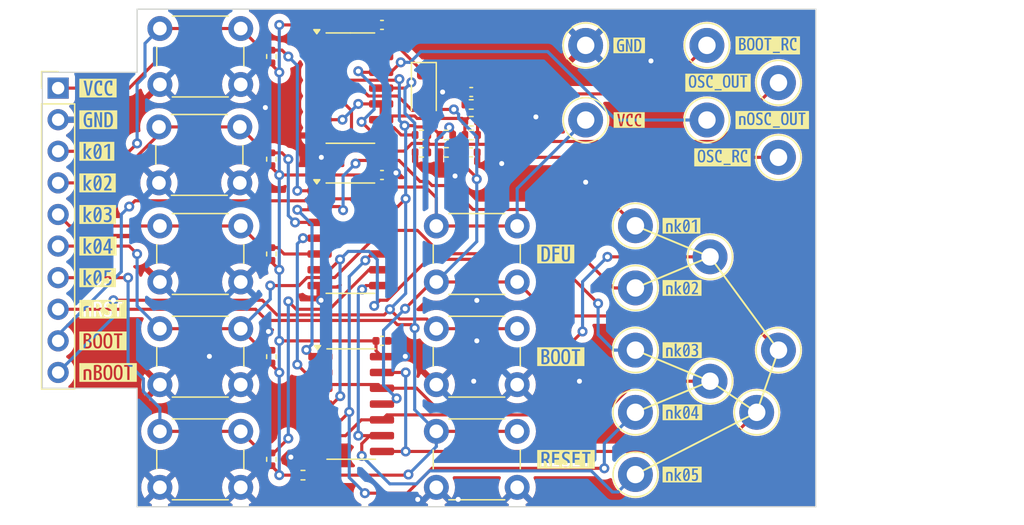
<source format=kicad_pcb>
(kicad_pcb (version 20240108) (generator "pcbnew") (generator_version "8.0")
  (layers (0 "F.Cu" signal) (31 "B.Cu" signal) (34 "B.Paste" user) (35 "F.Paste" user) (36 "B.SilkS" user "B.Silkscreen") (37 "F.SilkS" user "F.Silkscreen") (38 "B.Mask" user) (39 "F.Mask" user) (44 "Edge.Cuts" user))
  (net 0 "")
  (net 1 "GND")
  (net 2 "k04")
  (net 3 "nRESET")
  (net 4 "k01")
  (net 5 "+3V3")
  (net 6 "k03")
  (net 7 "k02")
  (net 8 "BOOT")
  (net 9 "k05")
  (net 10 "nBOOT")
  (net 11 "/~{k03}")
  (net 12 "/~{k01}&&~{k02}&&~{k03}&&~{k04}&&~{k05}")
  (net 13 "/~{k01}")
  (net 14 "/~{k02}")
  (net 15 "/~{k04}")
  (net 16 "/~{k05}")
  (net 17 "~{k03}&&~{k04}")
  (net 18 "~{k01}&&~{k02}")
  (net 19 "~{k03}&&~{k04}&&~{k05}")
  (net 20 "/BOOT_RC")
  (net 21 "/OSC_RC")
  (net 22 "/OSC_OUT")
  (net 23 "/~{OSC_OUT}")
  (footprint "kibuzzard-66AE2AD3" (layer "F.Cu") (at 146.595 68.27)
    (property "Reference" "kibuzzard-66AE2AD3" (hide yes))
    (property "Value" "G***" (hide yes))
  )
  (footprint "kibuzzard-66C2A826" (layer "F.Cu") (at 159.64041 54.5)
    (property "Reference" "kibuzzard-66C2A826" (hide yes))
    (property "Value" "G***" (hide yes))
  )
  (footprint "TestPoint:TestPoint_Loop_D3.50mm_Drill1.4mm_Beaded" (layer "F.Cu") (at 149 51.5)
    (property "Reference" "TP14" (hide yes))
    (property "Value" "TestPoint_Small")
  )
  (footprint "kibuzzard-66AE2A6F" (layer "F.Cu") (at 110.194863 72.715)
    (property "Reference" "kibuzzard-66AE2A6F" (hide yes))
    (property "Value" "G***" (hide yes))
  )
  (footprint "Resistor_SMD:R_0402_1005Metric" (layer "F.Cu") (at 135.8 58.7)
    (property "Reference" "R5" (hide yes))
    (property "Value" "200k")
  )
  (footprint "Resistor_SMD:R_0402_1005Metric" (layer "F.Cu") (at 123.735 68.27 90)
    (property "Reference" "R11" (hide yes))
    (property "Value" "200k")
  )
  (footprint "TestPoint:TestPoint_Loop_D3.50mm_Drill1.4mm_Beaded" (layer "F.Cu") (at 153 86)
    (property "Reference" "TP5" (hide yes))
    (property "Value" "TestPoint_Small")
  )
  (footprint "Package_SO:SOIC-14_3.9x8.7mm_P1.27mm" (layer "F.Cu") (at 130.085 54.935)
    (property "Reference" "U2" (hide yes))
    (property "Value" "74LS132")
  )
  (footprint "Button_Switch_THT:SW_PUSH_6mm" (layer "F.Cu") (at 136.995 66.02)
    (property "Reference" "SW1" (hide yes))
    (property "Value" "DFU")
  )
  (footprint "Resistor_SMD:R_0402_1005Metric" (layer "F.Cu") (at 123.735 60.65 90)
    (property "Reference" "R10" (hide yes))
    (property "Value" "200k")
  )
  (footprint "Resistor_SMD:R_0402_1005Metric" (layer "F.Cu") (at 137.8 60.1)
    (property "Reference" "R2" (hide yes))
    (property "Value" "200k")
  )
  (footprint "Button_Switch_THT:SW_PUSH_6mm" (layer "F.Cu") (at 136.995 82.53)
    (property "Reference" "SW3" (hide yes))
    (property "Value" "nRST")
  )
  (footprint "kibuzzard-66AE2A46" (layer "F.Cu") (at 109.759247 62.555)
    (property "Reference" "kibuzzard-66AE2A46" (hide yes))
    (property "Value" "G***" (hide yes))
  )
  (footprint "Resistor_SMD:R_0402_1005Metric" (layer "F.Cu") (at 123.735 84.78 90)
    (property "Reference" "R13" (hide yes))
    (property "Value" "200k")
  )
  (footprint "kibuzzard-66AE2A86" (layer "F.Cu") (at 110.605822 77.795)
    (property "Reference" "kibuzzard-66AE2A86" (hide yes))
    (property "Value" "G***" (hide yes))
  )
  (footprint "Button_Switch_THT:SW_PUSH_6mm" (layer "F.Cu") (at 114.77 50.145)
    (property "Reference" "SW4" (hide yes))
    (property "Value" "k01")
  )
  (footprint "TestPoint:TestPoint_Loop_D3.50mm_Drill1.4mm_Beaded" (layer "F.Cu") (at 162.75 81)
    (property "Reference" "TP8" (hide yes))
    (property "Value" "TestPoint_Small")
  )
  (footprint "TestPoint:TestPoint_Loop_D3.50mm_Drill1.4mm_Beaded" (layer "F.Cu") (at 153 71)
    (property "Reference" "TP2" (hide yes))
    (property "Value" "TestPoint_Small")
  )
  (footprint "Resistor_SMD:R_0402_1005Metric" (layer "F.Cu") (at 139.8 56.25)
    (property "Reference" "R3" (hide yes))
    (property "Value" "200k")
  )
  (footprint "kibuzzard-66AE2A2C" (layer "F.Cu") (at 109.794589 54.935)
    (property "Reference" "kibuzzard-66AE2A2C" (hide yes))
    (property "Value" "G***" (hide yes))
  )
  (footprint "kibuzzard-66C2A98F" (layer "F.Cu") (at 156.70137 66)
    (property "Reference" "kibuzzard-66C2A98F" (hide yes))
    (property "Value" "G***" (hide yes))
  )
  (footprint "kibuzzard-66AE2A35" (layer "F.Cu") (at 109.818425 57.475)
    (property "Reference" "kibuzzard-66AE2A35" (hide yes))
    (property "Value" "G***" (hide yes))
  )
  (footprint "Resistor_SMD:R_0402_1005Metric" (layer "F.Cu") (at 139.8 58.7)
    (property "Reference" "R7" (hide yes))
    (property "Value" "200k")
  )
  (footprint "kibuzzard-66AE2A58" (layer "F.Cu") (at 109.792123 67.635)
    (property "Reference" "kibuzzard-66AE2A58" (hide yes))
    (property "Value" "G***" (hide yes))
  )
  (footprint "TestPoint:TestPoint_Loop_D3.50mm_Drill1.4mm_Beaded" (layer "F.Cu") (at 164.5 60.5)
    (property "Reference" "TP12" (hide yes))
    (property "Value" "TestPoint_Small")
  )
  (footprint "Capacitor_SMD:C_0402_1005Metric" (layer "F.Cu") (at 132.625 75.255)
    (property "Reference" "C3" (hide yes))
    (property "Value" "100n")
  )
  (footprint "kibuzzard-66C2A80C" (layer "F.Cu") (at 160 60.5)
    (property "Reference" "kibuzzard-66C2A80C" (hide yes))
    (property "Value" "G***" (hide yes))
  )
  (footprint "TestPoint:TestPoint_Loop_D3.50mm_Drill1.4mm_Beaded" (layer "F.Cu") (at 153 76)
    (property "Reference" "TP3" (hide yes))
    (property "Value" "TestPoint_Small")
  )
  (footprint "Resistor_SMD:R_0402_1005Metric" (layer "F.Cu") (at 135.8 60.1)
    (property "Reference" "R8" (hide yes))
    (property "Value" "200k")
  )
  (footprint "kibuzzard-66AE2AE7" (layer "F.Cu") (at 147.001849 76.525)
    (property "Reference" "kibuzzard-66AE2AE7" (hide yes))
    (property "Value" "G***" (hide yes))
  )
  (footprint "Resistor_SMD:R_0402_1005Metric" (layer "F.Cu") (at 126.275 86.05 180)
    (property "Reference" "R4" (hide yes))
    (property "Value" "200k")
  )
  (footprint "TestPoint:TestPoint_Loop_D3.50mm_Drill1.4mm_Beaded" (layer "F.Cu") (at 158.75 51.5)
    (property "Reference" "TP10" (hide yes))
    (property "Value" "TestPoint_Small")
  )
  (footprint "kibuzzard-66C2A998" (layer "F.Cu") (at 156.75 71)
    (property "Reference" "kibuzzard-66C2A998" (hide yes))
    (property "Value" "G***" (hide yes))
  )
  (footprint "Button_Switch_THT:SW_PUSH_6mm" (layer "F.Cu") (at 114.695 58.055)
    (property "Reference" "SW5" (hide yes))
    (property "Value" "k02")
  )
  (footprint "kibuzzard-66AE2A4E" (layer "F.Cu") (at 109.76911 65.095)
    (property "Reference" "kibuzzard-66AE2A4E" (hide yes))
    (property "Value" "G***" (hide yes))
  )
  (footprint "kibuzzard-66AE2A61" (layer "F.Cu") (at 109.765 70.175)
    (property "Reference" "kibuzzard-66AE2A61" (hide yes))
    (property "Value" "G***" (hide yes))
  )
  (footprint "Resistor_SMD:R_0402_1005Metric" (layer "F.Cu") (at 123.735 76.525 90)
    (property "Reference" "R12" (hide yes))
    (property "Value" "200k")
  )
  (footprint "kibuzzard-66C2A8B2" (layer "F.Cu") (at 152.5 57.5)
    (property "Reference" "kibuzzard-66C2A8B2" (hide yes))
    (property "Value" "G***" (hide yes))
  )
  (footprint "Package_SO:SOIC-14_3.9x8.7mm_P1.27mm" (layer "F.Cu") (at 130.085 67)
    (property "Reference" "U1" (hide yes))
    (property "Value" "74LS14")
  )
  (footprint "TestPoint:TestPoint_Loop_D3.50mm_Drill1.4mm_Beaded" (layer "F.Cu") (at 159 78.5)
    (property "Reference" "TP6" (hide yes))
    (property "Value" "TestPoint_Small")
  )
  (footprint "Resistor_SMD:R_0402_1005Metric" (layer "F.Cu") (at 139.8 57.6)
    (property "Reference" "R6" (hide yes))
    (property "Value" "200k")
  )
  (footprint "Connector_PinHeader_2.54mm:PinHeader_1x10_P2.54mm_Vertical" (layer "F.Cu") (at 106.59 54.935)
    (property "Reference" "J1" (hide yes))
    (property "Value" "Conn_01x10")
  )
  (footprint "Resistor_SMD:R_0402_1005Metric" (layer "F.Cu") (at 123.735 52.395 90)
    (property "Reference" "R9" (hide yes))
    (property "Value" "200k")
  )
  (footprint "TestPoint:TestPoint_Loop_D3.50mm_Drill1.4mm_Beaded" (layer "F.Cu") (at 153 66)
    (property "Reference" "TP1" (hide yes))
    (property "Value" "TestPoint_Small")
  )
  (footprint "TestPoint:TestPoint_Loop_D3.50mm_Drill1.4mm_Beaded" (layer "F.Cu") (at 164.5 54.5)
    (property "Reference" "TP11" (hide yes))
    (property "Value" "TestPoint_Small")
  )
  (footprint "TestPoint:TestPoint_Loop_D3.50mm_Drill1.4mm_Beaded" (layer "F.Cu") (at 164.5 76)
    (property "Reference" "TP9" (hide yes))
    (property "Value" "TestPoint_Small")
  )
  (footprint "kibuzzard-66AE2A7C" (layer "F.Cu") (at 110.193219 75.255)
    (property "Reference" "kibuzzard-66AE2A7C" (hide yes))
    (property "Value" "G***" (hide yes))
  )
  (footprint "Button_Switch_THT:SW_PUSH_6mm" (layer "F.Cu") (at 114.77 66.02)
    (property "Reference" "SW6" (hide yes))
    (property "Value" "k03")
  )
  (footprint "TestPoint:TestPoint_Loop_D3.50mm_Drill1.4mm_Beaded" (layer "F.Cu") (at 158.75 57.5)
    (property "Reference" "TP13" (hide yes))
    (property "Value" "TestPoint_Small")
  )
  (footprint "kibuzzard-66C2A9AD" (layer "F.Cu") (at 156.754795 86)
    (property "Reference" "kibuzzard-66C2A9AD" (hide yes))
    (property "Value" "G***" (hide yes))
  )
  (footprint "TestPoint:TestPoint_Loop_D3.50mm_Drill1.4mm_Beaded" (layer "F.Cu") (at 159 68.5)
    (property "Reference" "TP7" (hide yes))
    (property "Value" "TestPoint_Small")
  )
  (footprint "Capacitor_SMD:C_0402_1005Metric" (layer "F.Cu") (at 132.625 49.855)
    (property "Reference" "C5" (hide yes))
    (property "Value" "100n")
  )
  (footprint "kibuzzard-66C2A9A5" (layer "F.Cu") (at 156.777397 81)
    (property "Reference" "kibuzzard-66C2A9A5" (hide yes))
    (property "Value" "G***" (hide yes))
  )
  (footprint "kibuzzard-66C2A818" (layer "F.Cu") (at 164 57.5)
    (property "Reference" "kibuzzard-66C2A818" (hide yes))
    (property "Value" "G***" (hide yes))
  )
  (footprint "TestPoint:TestPoint_Loop_D3.50mm_Drill1.4mm_Beaded" (layer "F.Cu") (at 149 57.5)
    (property "Reference" "TP15" (hide yes))
    (property "Value" "TestPoint_Small")
  )
  (footprint "Resistor_SMD:R_0402_1005Metric" (layer "F.Cu") (at 137.8 58.7)
    (property "Reference" "R1" (hide yes))
    (property "Value" "200k")
  )
  (footprint "Capacitor_SMD:C_0402_1005Metric" (layer "F.Cu") (at 139.8 60.1)
    (property "Reference" "C4" (hide yes))
    (property "Value" "100n")
  )
  (footprint "kibuzzard-66AE2B01" (layer "F.Cu") (at 147.416918 84.78)
    (property "Reference" "kibuzzard-66AE2B01" (hide yes))
    (property "Value" "G***" (hide yes))
  )
  (footprint "kibuzzard-66AE2A3F" (layer "F.Cu") (at 109.70089 60.015)
    (property "Reference" "kibuzzard-66AE2A3F" (hide yes))
    (property "Value" "G***" (hide yes))
  )
  (footprint "kibuzzard-66C2A89E" (layer "F.Cu") (at 152.5 51.5)
    (property "Reference" "kibuzzard-66C2A89E" (hide yes))
    (property "Value" "G***" (hide yes))
  )
  (footprint "Diode_SMD:D_SOD-123F" (layer "F.Cu") (at 135.99 55.09 -90)
    (property "Reference" "D1" (hide yes))
    (property "Value" "1N4148")
  )
  (footprint "kibuzzard-66C2A7CC" (layer "F.Cu") (at 163.639041 51.5)
    (property "Reference" "kibuzzard-66C2A7CC" (hide yes))
    (property "Value" "G***" (hide yes))
  )
  (footprint "kibuzzard-66C2A99F" (layer "F.Cu") (at 156.758219 76)
    (property "Reference" "kibuzzard-66C2A99F" (hide yes))
    (property "Value" "G***" (hide yes))
  )
  (footprint "Button_Switch_THT:SW_PUSH_6mm" (layer "F.Cu") (at 136.995 74.275)
    (property "Reference" "SW2" (hide yes))
    (property "Value" "nBOOT")
  )
  (footprint "Capacitor_SMD:C_0402_1005Metric" (layer "F.Cu") (at 132.625 61.92)
    (property "Reference" "C2" (hide yes))
    (property "Value" "100n")
  )
  (footprint "Button_Switch_THT:SW_PUSH_6mm" (layer "F.Cu") (at 114.77 82.53)
    (property "Reference" "SW8" (hide yes))
    (property "Value" "k05")
  )
  (footprint "Button_Switch_THT:SW_PUSH_6mm" (layer "F.Cu") (at 114.77 74.275)
    (property "Reference" "SW7" (hide yes))
    (property "Value" "k04")
  )
  (footprint "Capacitor_SMD:C_0402_1005Metric" (layer "F.Cu") (at 139.8 55.25 180)
    (property "Reference" "C1" (hide yes))
    (property "Value" "100n")
  )
  (footprint "TestPoint:TestPoint_Loop_D3.50mm_Drill1.4mm_Beaded" (layer "F.Cu") (at 153 81)
    (property "Reference" "TP4" (hide yes))
    (property "Value" "TestPoint_Small")
  )
  (footprint "Package_SO:SOIC-14_3.9x8.7mm_P1.27mm" (layer "F.Cu") (at 130.15 80.335)
    (property "Reference" "U3" (hide yes))
    (property "Value" "74LS08")
  )
  (gr_line (start 159 78.5) (end 162.75 81) (stroke (width 0.15)) (layer "F.SilkS"))
  (gr_line (start 159 68.5) (end 164.5 76) (stroke (width 0.15)) (layer "F.SilkS"))
  (gr_line (start 153 86) (end 162.75 81) (stroke (width 0.15)) (layer "F.SilkS"))
  (gr_line (start 162.75 81) (end 164.5 76) (stroke (width 0.15)) (layer "F.SilkS"))
  (gr_line (start 153 76) (end 159 78.5) (stroke (width 0.15)) (layer "F.SilkS"))
  (gr_line (start 153 71) (end 159 68.5) (stroke (width 0.15)) (layer "F.SilkS"))
  (gr_line (start 153 81) (end 159 78.5) (stroke (width 0.15)) (layer "F.SilkS"))
  (gr_line (start 153 66) (end 159 68.5) (stroke (width 0.15)) (layer "F.SilkS"))
  (gr_line (start 112.94 79.065) (end 112.94 88.59) (stroke (width 0.1)) (layer "Edge.Cuts"))
  (gr_line (start 105.32 79.065) (end 112.94 79.065) (stroke (width 0.1)) (layer "Edge.Cuts"))
  (gr_line (start 167.5 88.59) (end 167.5 48.585) (stroke (width 0.1)) (layer "Edge.Cuts"))
  (gr_line (start 105.32 53.665) (end 105.32 79.065) (stroke (width 0.1)) (layer "Edge.Cuts"))
  (gr_line (start 112.94 48.585) (end 112.94 53.665) (stroke (width 0.1)) (layer "Edge.Cuts"))
  (gr_line (start 167.5 48.585) (end 112.94 48.585) (stroke (width 0.1)) (layer "Edge.Cuts"))
  (gr_line (start 112.94 88.59) (end 167.5 88.59) (stroke (width 0.1)) (layer "Edge.Cuts"))
  (gr_line (start 112.94 53.665) (end 105.32 53.665) (stroke (width 0.1)) (layer "Edge.Cuts"))
  (segment (start 127.61 71.875) (end 127.725 71.99) (width 0.25) (layer "F.Cu") (net 1))
  (segment (start 127.61 70.81) (end 127.61 71.875) (width 0.25) (layer "F.Cu") (net 1))
  (via (at 118.75 76.5) (size 0.8) (drill 0.4) (layers "F.Cu" "B.Cu") (net 1))
  (via (at 154.25 52.75) (size 0.8) (drill 0.4) (layers "F.Cu" "B.Cu") (net 1))
  (via (at 127.75 60.5) (size 0.8) (drill 0.4) (layers "F.Cu" "B.Cu") (net 1))
  (via (at 123.5 74.5) (size 0.8) (drill 0.4) (layers "F.Cu" "B.Cu") (net 1))
  (via (at 135.5 88) (size 0.8) (drill 0.4) (layers "F.Cu" "B.Cu") (net 1))
  (via (at 140.25 72) (size 0.8) (drill 0.4) (layers "F.Cu" "B.Cu") (net 1))
  (via (at 134.5 76.5) (size 0.8) (drill 0.4) (layers "F.Cu" "B.Cu") (net 1))
  (via (at 140 78.5) (size 0.8) (drill 0.4) (layers "F.Cu" "B.Cu") (net 1))
  (via (at 140.25 75.25) (size 0.8) (drill 0.4) (layers "F.Cu" "B.Cu") (net 1))
  (via (at 125.3 84.6) (size 0.8) (drill 0.4) (layers "F.Cu" "B.Cu") (net 1))
  (via (at 149 62.5) (size 0.8) (drill 0.4) (layers "F.Cu" "B.Cu") (net 1))
  (via (at 123.25 56.5) (size 0.8) (drill 0.4) (layers "F.Cu" "B.Cu") (net 1))
  (via (at 145 57.25) (size 0.8) (drill 0.4) (layers "F.Cu" "B.Cu") (net 1))
  (via (at 127.725 71.99) (size 0.8) (drill 0.4) (layers "F.Cu" "B.Cu") (net 1))
  (via (at 138.75 88) (size 0.8) (drill 0.4) (layers "F.Cu" "B.Cu") (net 1))
  (via (at 142.25 61) (size 0.8) (drill 0.4) (layers "F.Cu" "B.Cu") (net 1))
  (via (at 133.75 61.75) (size 0.8) (drill 0.4) (layers "F.Cu" "B.Cu") (net 1))
  (via (at 138.5 62) (size 0.8) (drill 0.4) (layers "F.Cu" "B.Cu") (net 1))
  (via (at 148.5 78.5) (size 0.8) (drill 0.4) (layers "F.Cu" "B.Cu") (net 1))
  (via (at 137.5 55.25) (size 0.8) (drill 0.4) (layers "F.Cu" "B.Cu") (net 1))
  (segment (start 123.645 70.81) (end 125.959092 70.81) (width 0.25) (layer "F.Cu") (net 2))
  (segment (start 131.99 67) (end 132.56 67) (width 0.25) (layer "F.Cu") (net 2))
  (segment (start 125.959092 70.81) (end 126.604092 70.165) (width 0.25) (layer "F.Cu") (net 2))
  (segment (start 106.59 67.635) (end 112.305 67.635) (width 0.25) (layer "F.Cu") (net 2))
  (segment (start 128.825 70.165) (end 131.99 67) (width 0.25) (layer "F.Cu") (net 2))
  (segment (start 123.01 76.015) (end 123.735 76.015) (width 0.25) (layer "F.Cu") (net 2))
  (segment (start 121.27 74.275) (end 123.01 76.015) (width 0.25) (layer "F.Cu") (net 2))
  (segment (start 112.305 67.635) (end 112.94 68.27) (width 0.25) (layer "F.Cu") (net 2))
  (segment (start 126.604092 70.165) (end 128.825 70.165) (width 0.25) (layer "F.Cu") (net 2))
  (segment (start 114.77 74.275) (end 121.27 74.275) (width 0.25) (layer "F.Cu") (net 2))
  (via (at 112.94 68.27) (size 0.8) (drill 0.4) (layers "F.Cu" "B.Cu") (net 2))
  (via (at 123.645 70.81) (size 0.8) (drill 0.4) (layers "F.Cu" "B.Cu") (net 2))
  (segment (start 112.94 72.445) (end 114.77 74.275) (width 0.25) (layer "B.Cu") (net 2))
  (segment (start 123.645 71.9) (end 123.645 70.81) (width 0.25) (layer "B.Cu") (net 2))
  (segment (start 112.94 68.27) (end 112.94 72.445) (width 0.25) (layer "B.Cu") (net 2))
  (segment (start 121.27 74.275) (end 123.645 71.9) (width 0.25) (layer "B.Cu") (net 2))
  (segment (start 133.523604 73.615) (end 123.365 73.615) (width 0.25) (layer "F.Cu") (net 3))
  (segment (start 123.365 73.615) (end 122.465 72.715) (width 0.25) (layer "F.Cu") (net 3))
  (segment (start 122.465 72.715) (end 106.59 72.715) (width 0.25) (layer "F.Cu") (net 3))
  (segment (start 134.98 73.95) (end 133.858604 73.95) (width 0.25) (layer "F.Cu") (net 3))
  (segment (start 132.5 86.05) (end 134.7 86.05) (width 0.25) (layer "F.Cu") (net 3))
  (segment (start 134.988622 54.470274) (end 134.523896 54.935) (width 0.25) (layer "F.Cu") (net 3))
  (segment (start 133.858604 73.95) (end 133.523604 73.615) (width 0.25) (layer "F.Cu") (net 3))
  (segment (start 135.255 74.225) (end 134.98 73.95) (width 0.25) (layer "F.Cu") (net 3))
  (segment (start 134.523896 54.935) (end 132.56 54.935) (width 0.25) (layer "F.Cu") (net 3))
  (segment (start 136.995 82.53) (end 143.495 82.53) (width 0.25) (layer "F.Cu") (net 3))
  (segment (start 126.785 86.05) (end 132.5 86.05) (width 0.25) (layer "F.Cu") (net 3))
  (segment (start 134.7 86.05) (end 134.75 86) (width 0.25) (layer "F.Cu") (net 3))
  (via (at 134.988622 54.470274) (size 0.8) (drill 0.4) (layers "F.Cu" "B.Cu") (net 3))
  (via (at 135.255 74.225) (size 0.8) (drill 0.4) (layers "F.Cu" "B.Cu") (net 3))
  (via (at 134.75 86) (size 0.8) (drill 0.4) (layers "F.Cu" "B.Cu") (net 3))
  (segment (start 135.255 80.79) (end 136.995 82.53) (width 0.25) (layer "B.Cu") (net 3))
  (segment (start 135.255 57.738481) (end 135.255 80.79) (width 0.25) (layer "B.Cu") (net 3))
  (segment (start 136.995 83.755) (end 136.995 82.53) (width 0.25) (layer "B.Cu") (net 3))
  (segment (start 134.75 86) (end 136.995 83.755) (width 0.25) (layer "B.Cu") (net 3))
  (segment (start 134.988622 54.470274) (end 134.473086 54.98581) (width 0.25) (layer "B.Cu") (net 3))
  (segment (start 134.473086 56.956567) (end 135.255 57.738481) (width 0.25) (layer "B.Cu") (net 3))
  (segment (start 134.473086 54.98581) (end 134.473086 56.956567) (width 0.25) (layer "B.Cu") (net 3))
  (segment (start 114.77 50.145) (end 121.27 50.145) (width 0.25) (layer "F.Cu") (net 4))
  (segment (start 123.735 51.885) (end 124.585 51.885) (width 0.25) (layer "F.Cu") (net 4))
  (segment (start 106.59 60.015) (end 112.305 60.015) (width 0.25) (layer "F.Cu") (net 4))
  (segment (start 123.01 51.885) (end 123.735 51.885) (width 0.25) (layer "F.Cu") (net 4))
  (segment (start 124.585 51.885) (end 125.095 52.395) (width 0.25) (layer "F.Cu") (net 4))
  (segment (start 125.82 63.19) (end 127.61 63.19) (width 0.25) (layer "F.Cu") (net 4))
  (segment (start 112.305 60.015) (end 112.94 59.38) (width 0.25) (layer "F.Cu") (net 4))
  (segment (start 121.27 50.145) (end 123.01 51.885) (width 0.25) (layer "F.Cu") (net 4))
  (via (at 125.095 52.395) (size 0.8) (drill 0.4) (layers "F.Cu" "B.Cu") (net 4))
  (via (at 125.82 63.19) (size 0.8) (drill 0.4) (layers "F.Cu" "B.Cu") (net 4))
  (via (at 112.94 59.38) (size 0.8) (drill 0.4) (layers "F.Cu" "B.Cu") (net 4))
  (segment (start 113.575 51.34) (end 114.77 50.145) (width 0.25) (layer "B.Cu") (net 4))
  (segment (start 125.82 53.12) (end 125.82 63.19) (width 0.25) (layer "B.Cu") (net 4))
  (segment (start 113.575 53.966167) (end 113.575 51.34) (width 0.25) (layer "B.Cu") (net 4))
  (segment (start 112.94 54.601167) (end 113.575 53.966167) (width 0.25) (layer "B.Cu") (net 4))
  (segment (start 112.94 59.38) (end 112.94 54.601167) (width 0.25) (layer "B.Cu") (net 4))
  (segment (start 125.095 52.395) (end 125.82 53.12) (width 0.25) (layer "B.Cu") (net 4))
  (segment (start 123.735 68.78) (end 123.735 68.905) (width 0.25) (layer "F.Cu") (net 5))
  (segment (start 132.145 49.855) (end 132.145 50.71) (width 0.25) (layer "F.Cu") (net 5))
  (segment (start 132.145 75.255) (end 124.37 75.255) (width 0.25) (layer "F.Cu") (net 5))
  (segment (start 123.735 61.16) (end 123.735 61.285) (width 0.25) (layer "F.Cu") (net 5))
  (segment (start 132.145 49.855) (end 124.37 49.855) (width 0.25) (layer "F.Cu") (net 5))
  (segment (start 112.305 54.935) (end 106.59 54.935) (width 0.25) (layer "F.Cu") (net 5))
  (segment (start 132.145 61.92) (end 132.145 62.775) (width 0.25) (layer "F.Cu") (net 5))
  (segment (start 124.37 85.925) (end 123.735 85.29) (width 0.25) (layer "F.Cu") (net 5))
  (segment (start 132.145 75.255) (end 132.145 76.045) (width 0.25) (layer "F.Cu") (net 5))
  (segment (start 132.86 62.89) (end 136.135 62.89) (width 0.25) (layer "F.Cu") (net 5))
  (segment (start 123.735 77.16) (end 124.37 77.795) (width 0.25) (layer "F.Cu") (net 5))
  (segment (start 138.31 58.377527) (end 138.31 58.7) (width 0.25) (layer "F.Cu") (net 5))
  (segment (start 132.145 61.92) (end 124.37 61.92) (width 0.25) (layer "F.Cu") (net 5))
  (segment (start 123.735 52.905) (end 114.335 52.905) (width 0.25) (layer "F.Cu") (net 5))
  (segment (start 123.735 53.03) (end 124.37 53.665) (width 0.25) (layer "F.Cu") (net 5))
  (segment (start 136.995 63.75) (end 136.995 66.02) (width 0.25) (layer "F.Cu") (net 5))
  (segment (start 123.735 68.905) (end 124.37 69.54) (width 0.25) (layer "F.Cu") (net 5))
  (segment (start 124.37 86.05) (end 124.37 85.925) (width 0.25) (layer "F.Cu") (net 5))
  (segment (start 123.735 77.035) (end 123.735 77.16) (width 0.25) (layer "F.Cu") (net 5))
  (segment (start 123.735 52.905) (end 123.735 53.03) (width 0.25) (layer "F.Cu") (net 5))
  (segment (start 132.145 62.775) (end 132.56 63.19) (width 0.25) (layer "F.Cu") (net 5))
  (segment (start 123.735 61.285) (end 124.37 61.92) (width 0.25) (layer "F.Cu") (net 5))
  (segment (start 138.030092 58.097619) (end 138.31 58.377527) (width 0.25) (layer "F.Cu") (net 5))
  (segment (start 132.56 63.19) (end 132.86 62.89) (width 0.25) (layer "F.Cu") (net 5))
  (segment (start 125.765 86.05) (end 124.37 86.05) (width 0.25) (layer "F.Cu") (net 5))
  (segment (start 136.995 66.02) (end 143.495 66.02) (width 0.25) (layer "F.Cu") (net 5))
  (segment (start 114.335 52.905) (end 112.305 54.935) (width 0.25) (layer "F.Cu") (net 5))
  (segment (start 132.145 76.045) (end 132.625 76.525) (width 0.25) (layer "F.Cu") (net 5))
  (segment (start 132.145 50.71) (end 132.56 51.125) (width 0.25) (layer "F.Cu") (net 5))
  (segment (start 136.135 62.89) (end 136.995 63.75) (width 0.25) (layer "F.Cu") (net 5))
  (via (at 124.37 53.665) (size 0.8) (drill 0.4) (layers "F.Cu" "B.Cu") (net 5))
  (via (at 138.030092 58.097619) (size 0.8) (drill 0.4) (layers "F.Cu" "B.Cu") (net 5))
  (via (at 124.37 77.795) (size 0.8) (drill 0.4) (layers "F.Cu" "B.Cu") (net 5))
  (via (at 124.37 75.255) (size 0.8) (drill 0.4) (layers "F.Cu" "B.Cu") (net 5))
  (via (at 124.37 69.54) (size 0.8) (drill 0.4) (layers "F.Cu" "B.Cu") (net 5))
  (via (at 124.37 86.05) (size 0.8) (drill 0.4) (layers "F.Cu" "B.Cu") (net 5))
  (via (at 124.37 49.855) (size 0.8) (drill 0.4) (layers "F.Cu" "B.Cu") (net 5))
  (via (at 124.37 61.92) (size 0.8) (drill 0.4) (layers "F.Cu" "B.Cu") (net 5))
  (segment (start 124.37 69.54) (end 124.37 75.255) (width 0.25) (layer "B.Cu") (net 5))
  (segment (start 124.37 49.855) (end 124.37 53.665) (width 0.25) (layer "B.Cu") (net 5))
  (segment (start 136.995 59.132711) (end 136.995 66.02) (width 0.25) (layer "B.Cu") (net 5))
  (segment (start 124.37 61.92) (end 124.37 69.54) (width 0.25) (layer "B.Cu") (net 5))
  (segment (start 124.37 53.665) (end 124.37 61.92) (width 0.25) (layer "B.Cu") (net 5))
  (segment (start 124.37 77.795) (end 124.37 86.05) (width 0.25) (layer "B.Cu") (net 5))
  (segment (start 124.37 75.255) (end 124.37 77.795) (width 0.25) (layer "B.Cu") (net 5))
  (segment (start 143.495 63.005) (end 149 57.5) (width 0.25) (layer "B.Cu") (net 5))
  (segment (start 143.495 66.02) (end 143.495 63.005) (width 0.25) (layer "B.Cu") (net 5))
  (segment (start 138.030092 58.097619) (end 136.995 59.132711) (width 0.25) (layer "B.Cu") (net 5))
  (segment (start 123.735 67.76) (end 124.245 67.76) (width 0.25) (layer "F.Cu") (net 6))
  (segment (start 124.245 67.76) (end 124.755 68.27) (width 0.25) (layer "F.Cu") (net 6))
  (segment (start 123.01 67.76) (end 123.735 67.76) (width 0.25) (layer "F.Cu") (net 6))
  (segment (start 106.59 65.095) (end 107.515 66.02) (width 0.25) (layer "F.Cu") (net 6))
  (segment (start 121.27 66.02) (end 123.01 67.76) (width 0.25) (layer "F.Cu") (net 6))
  (segment (start 114.77 66.02) (end 121.27 66.02) (width 0.25) (layer "F.Cu") (net 6))
  (segment (start 107.515 66.02) (end 114.77 66.02) (width 0.25) (layer "F.Cu") (net 6))
  (segment (start 124.755 68.27) (end 127.61 68.27) (width 0.25) (layer "F.Cu") (net 6))
  (segment (start 110.790305 62.555) (end 114.695 58.650305) (width 0.25) (layer "F.Cu") (net 7))
  (segment (start 125.64 65.73) (end 127.61 65.73) (width 0.25) (layer "F.Cu") (net 7))
  (segment (start 124.585 60.14) (end 125.095 60.65) (width 0.25) (layer "F.Cu") (net 7))
  (segment (start 123.28 60.14) (end 123.735 60.14) (width 0.25) (layer "F.Cu") (net 7))
  (segment (start 123.735 60.14) (end 124.585 60.14) (width 0.25) (layer "F.Cu") (net 7))
  (segment (start 121.195 58.055) (end 123.28 60.14) (width 0.25) (layer "F.Cu") (net 7))
  (segment (start 114.695 58.650305) (end 114.695 58.055) (width 0.25) (layer "F.Cu") (net 7))
  (segment (start 106.59 62.555) (end 110.790305 62.555) (width 0.25) (layer "F.Cu") (net 7))
  (segment (start 114.695 58.055) (end 121.195 58.055) (width 0.25) (layer "F.Cu") (net 7))
  (via (at 125.095 60.65) (size 0.8) (drill 0.4) (layers "F.Cu" "B.Cu") (net 7))
  (via (at 125.64 65.73) (size 0.8) (drill 0.4) (layers "F.Cu" "B.Cu") (net 7))
  (segment (start 125.095 60.65) (end 125.095 65.185) (width 0.25) (layer "B.Cu") (net 7))
  (segment (start 125.095 65.185) (end 125.64 65.73) (width 0.25) (layer "B.Cu") (net 7))
  (segment (start 112.305 64.46) (end 112.772655 63.992345) (width 0.25) (layer "F.Cu") (net 8))
  (segment (start 112.772655 63.992345) (end 126.426747 63.992345) (width 0.25) (layer "F.Cu") (net 8))
  (segment (start 130.095 63.835) (end 131.99 65.73) (width 0.25) (layer "F.Cu") (net 8))
  (segment (start 131.99 65.73) (end 132.56 65.73) (width 0.25) (layer "F.Cu") (net 8))
  (segment (start 126.584092 63.835) (end 130.095 63.835) (width 0.25) (layer "F.Cu") (net 8))
  (segment (start 126.426747 63.992345) (end 126.584092 63.835) (width 0.25) (layer "F.Cu") (net 8))
  (via (at 112.305 64.46) (size 0.8) (drill 0.4) (layers "F.Cu" "B.Cu") (net 8))
  (segment (start 111.67 65.095) (end 111.67 69.694695) (width 0.25) (layer "B.Cu") (net 8))
  (segment (start 106.59 74.774695) (end 106.59 75.255) (width 0.25) (layer "B.Cu") (net 8))
  (segment (start 112.305 64.46) (end 111.67 65.095) (width 0.25) (layer "B.Cu") (net 8))
  (segment (start 111.67 69.694695) (end 106.59 74.774695) (width 0.25) (layer "B.Cu") (net 8))
  (segment (start 125.095 83.1) (end 123.925 84.27) (width 0.25) (layer "F.Cu") (net 9))
  (segment (start 121.27 82.53) (end 123.01 84.27) (width 0.25) (layer "F.Cu") (net 9))
  (segment (start 123.01 84.27) (end 123.735 84.27) (width 0.25) (layer "F.Cu") (net 9))
  (segment (start 123.925 84.27) (end 123.735 84.27) (width 0.25) (layer "F.Cu") (net 9))
  (segment (start 131.585001 69.54) (end 132.56 69.54) (width 0.25) (layer "F.Cu") (net 9))
  (segment (start 114.77 82.53) (end 121.27 82.53) (width 0.25) (layer "F.Cu") (net 9))
  (segment (start 125.095 72.08) (end 125.73 72.715) (width 0.25) (layer "F.Cu") (net 9))
  (segment (start 125.73 72.715) (end 128.410001 72.715) (width 0.25) (layer "F.Cu") (net 9))
  (segment (start 128.410001 72.715) (end 131.585001 69.54) (width 0.25) (layer "F.Cu") (net 9))
  (segment (start 106.59 70.175) (end 112.215 70.175) (width 0.25) (layer "F.Cu") (net 9))
  (via (at 112.215 70.175) (size 0.8) (drill 0.4) (layers "F.Cu" "B.Cu") (net 9))
  (via (at 125.095 83.1) (size 0.8) (drill 0.4) (layers "F.Cu" "B.Cu") (net 9))
  (via (at 125.095 72.08) (size 0.8) (drill 0.4) (layers "F.Cu" "B.Cu") (net 9))
  (segment (start 112.215 70.175) (end 112.215 77.07) (width 0.25) (layer "B.Cu") (net 9))
  (segment (start 113.445 79.323833) (end 114.77 80.648833) (width 0.25) (layer "B.Cu") (net 9))
  (segment (start 113.445 78.3) (end 113.445 79.323833) (width 0.25) (layer "B.Cu") (net 9))
  (segment (start 125.095 83.1) (end 125.095 72.08) (width 0.25) (layer "B.Cu") (net 9))
  (segment (start 114.77 80.648833) (end 114.77 82.53) (width 0.25) (layer "B.Cu") (net 9))
  (segment (start 112.215 77.07) (end 113.445 78.3) (width 0.25) (layer "B.Cu") (net 9))
  (segment (start 133.26 72.715) (end 132.81 73.165) (width 0.25) (layer "F.Cu") (net 10))
  (segment (start 134.023086 54.21) (end 133.933086 54.3) (width 0.25) (layer "F.Cu") (net 10))
  (segment (start 123.01 71.99) (end 111.035 71.99) (width 0.25) (layer "F.Cu") (net 10))
  (segment (start 136.645 58.055) (end 137.29 58.7) (width 0.25) (layer "F.Cu") (net 10))
  (segment (start 132.81 73.165) (end 124.185 73.165) (width 0.25) (layer "F.Cu") (net 10))
  (segment (start 124.185 73.165) (end 123.01 71.99) (width 0.25) (layer "F.Cu") (net 10))
  (segment (start 135.355 58.055) (end 136.645 58.055) (width 0.25) (layer "F.Cu") (net 10))
  (segment (start 135.251978 57.951978) (end 135.355 58.055) (width 0.25) (layer "F.Cu") (net 10))
  (segment (start 134.53 63.825) (end 133.895 64.46) (width 0.25) (layer "F.Cu") (net 10))
  (segment (start 133.933086 54.3) (end 128.245 54.3) (width 0.25) (layer "F.Cu") (net 10))
  (segment (start 136.22 73.5) (end 136.995 74.275) (width 0.25) (layer "F.Cu") (net 10))
  (segment (start 128.245 54.3) (end 127.61 53.665) (width 0.25) (layer "F.Cu") (net 10))
  (segment (start 134.443192 57.951978) (end 135.251978 57.951978) (width 0.25) (layer "F.Cu") (net 10))
  (segment (start 136.995 74.275) (end 143.495 74.275) (width 0.25) (layer "F.Cu") (net 10))
  (segment (start 134.045 73.5) (end 136.22 73.5) (width 0.25) (layer "F.Cu") (net 10))
  (segment (start 133.895 64.46) (end 132.56 64.46) (width 0.25) (layer "F.Cu") (net 10))
  (segment (start 133.26 72.715) (end 134.045 73.5) (width 0.25) (layer "F.Cu") (net 10))
  (via (at 134.443192 57.951978) (size 0.8) (drill 0.4) (layers "F.Cu" "B.Cu") (net 10))
  (via (at 133.26 72.715) (size 0.8) (drill 0.4) (layers "F.Cu" "B.Cu") (net 10))
  (via (at 111.035 71.99) (size 0.8) (drill 0.4) (layers "F.Cu" "B.Cu") (net 10))
  (via (at 134.53 63.825) (size 0.8) (drill 0.4) (layers "F.Cu" "B.Cu") (net 10))
  (via (at 134.023086 54.21) (size 0.8) (drill 0.4) (layers "F.Cu" "B.Cu") (net 10))
  (segment (start 134.443192 57.951978) (end 134.53 58.038786) (width 0.25) (layer "B.Cu") (net 10))
  (segment (start 134.53 58.038786) (end 134.53 63.825) (width 0.25) (layer "B.Cu") (net 10))
  (segment (start 134.023086 57.531872) (end 134.023086 54.21) (width 0.25) (layer "B.Cu") (net 10))
  (segment (start 134.53 71.445) (end 134.53 63.825) (width 0.25) (layer "B.Cu") (net 10))
  (segment (start 111.035 73.35) (end 111.035 71.99) (width 0.25) (layer "B.Cu") (net 10))
  (segment (start 106.59 77.795) (end 111.035 73.35) (width 0.25) (layer "B.Cu") (net 10))
  (segment (start 134.443192 57.951978) (end 134.023086 57.531872) (width 0.25) (layer "B.Cu") (net 10))
  (segment (start 133.26 72.715) (end 134.53 71.445) (width 0.25) (layer "B.Cu") (net 10))
  (segment (start 133.030908 71.99) (end 136.320908 68.7) (width 0.25) (layer "F.Cu") (net 11))
  (segment (start 132.45 71.99) (end 133.030908 71.99) (width 0.25) (layer "F.Cu") (net 11))
  (segment (start 129.254847 68.709847) (end 128.424694 69.54) (width 0.25) (layer "F.Cu") (net 11))
  (segment (start 136.320908 68.7) (end 146.45 68.7) (width 0.25) (layer "F.Cu") (net 11))
  (segment (start 128.635 80.335) (end 129.27 79.7) (width 0.25) (layer "F.Cu") (net 11))
  (segment (start 132 72.44) (end 132.45 71.99) (width 0.25) (layer "F.Cu") (net 11))
  (segment (start 127.675 80.335) (end 128.635 80.335) (width 0.25) (layer "F.Cu") (net 11))
  (segment (start 128.424694 69.54) (end 127.61 69.54) (width 0.25) (layer "F.Cu") (net 11))
  (segment (start 146.45 68.7) (end 150 72.25) (width 0.25) (layer "F.Cu") (net 11))
  (via (at 129.254847 68.709847) (size 0.8) (drill 0.4) (layers "F.Cu" "B.Cu") (net 11))
  (via (at 132 72.44) (size 0.8) (drill 0.4) (layers "F.Cu" "B.Cu") (net 11))
  (via (at 129.27 79.7) (size 0.8) (drill 0.4) (layers "F.Cu" "B.Cu") (net 11))
  (via (at 150 72.25) (size 0.8) (drill 0.4) (layers "F.Cu" "B.Cu") (net 11))
  (segment (start 129.254847 79.684847) (end 129.254847 68.709847) (width 0.25) (layer "B.Cu") (net 11))
  (segment (start 129.254847 68.709847) (end 129.902089 68.062605) (width 0.25) (layer "B.Cu") (net 11))
  (segment (start 150 72.25) (end 150 74.75) (width 0.25) (layer "B.Cu") (net 11))
  (segment (start 129.902089 68.062605) (end 131.586989 68.062605) (width 0.25) (layer "B.Cu") (net 11))
  (segment (start 129.27 79.7) (end 129.254847 79.684847) (width 0.25) (layer "B.Cu") (net 11))
  (segment (start 151.25 76) (end 150 74.75) (width 0.25) (layer "B.Cu") (net 11))
  (segment (start 132.25 68.725616) (end 132.25 72.19) (width 0.25) (layer "B.Cu") (net 11))
  (segment (start 131.586989 68.062605) (end 132.25 68.725616) (width 0.25) (layer "B.Cu") (net 11))
  (segment (start 153 76) (end 151.25 76) (width 0.25) (layer "B.Cu") (net 11))
  (segment (start 132.25 72.19) (end 132 72.44) (width 0.25) (layer "B.Cu") (net 11))
  (segment (start 127.61 54.935) (end 130.909092 54.935) (width 0.25) (layer "F.Cu") (net 12))
  (segment (start 138.31 60.21) (end 138.31 60.1) (width 0.25) (layer "F.Cu") (net 12))
  (segment (start 146.225 73.25) (end 161.75 73.25) (width 0.25) (layer "F.Cu") (net 12))
  (segment (start 136.147619 56.647619) (end 135.99 56.49) (width 0.25) (layer "F.Cu") (net 12))
  (segment (start 161.75 73.25) (end 164.5 76) (width 0.25) (layer "F.Cu") (net 12))
  (segment (start 136.635 70.52) (end 136.995 70.52) (width 0.25) (layer "F.Cu") (net 12))
  (segment (start 131.544092 55.57) (end 133.895 55.57) (width 0.25) (layer "F.Cu") (net 12))
  (segment (start 133.347932 80.335) (end 133.805 79.877932) (width 0.25) (layer "F.Cu") (net 12))
  (segment (start 138.4 56.647619) (end 136.147619 56.647619) (width 0.25) (layer "F.Cu") (net 12))
  (segment (start 132.625 80.335) (end 133.347932 80.335) (width 0.25) (layer "F.Cu") (net 12))
  (segment (start 143.495 70.52) (end 146.225 73.25) (width 0.25) (layer "F.Cu") (net 12))
  (segment (start 140.245 62.145) (end 138.31 60.21) (width 0.25) (layer "F.Cu") (net 12))
  (segment (start 135.05 56.725) (end 135.755 56.725) (width 0.25) (layer "F.Cu") (net 12))
  (segment (start 136.995 70.52) (end 143.495 70.52) (width 0.25) (layer "F.Cu") (net 12))
  (segment (start 133.895 55.57) (end 135.05 56.725) (width 0.25) (layer "F.Cu") (net 12))
  (segment (start 140.245 62.25) (end 140.245 62.145) (width 0.25) (layer "F.Cu") (net 12))
  (segment (start 134.485 72.67) (end 136.635 70.52) (width 0.25) (layer "F.Cu") (net 12))
  (segment (start 135.755 56.725) (end 135.99 56.49) (width 0.25) (layer "F.Cu") (net 12))
  (segment (start 130.909092 54.935) (end 131.544092 55.57) (width 0.25) (layer "F.Cu") (net 12))
  (via (at 140.245 62.25) (size 0.8) (drill 0.4) (layers "F.Cu" "B.Cu") (net 12))
  (via (at 134.485 72.67) (size 0.8) (drill 0.4) (layers "F.Cu" "B.Cu") (net 12))
  (via (at 138.4 56.647619) (size 0.8) (drill 0.4) (layers "F.Cu" "B.Cu") (net 12))
  (via (at 133.805 79.877932) (size 0.8) (drill 0.4) (layers "F.Cu" "B.Cu") (net 12))
  (segment (start 140.245 62.25) (end 140.245 67.27) (width 0.25) (layer "B.Cu") (net 12))
  (segment (start 140.245 62.25) (end 140.245 58.830249) (width 0.25) (layer "B.Cu") (net 12))
  (segment (start 138.78737 57.372619) (end 138.78737 57.034989) (width 0.25) (layer "B.Cu") (net 12))
  (segment (start 134.485 72.67) (end 132.75 74.405) (width 0.25) (layer "B.Cu") (net 12))
  (segment (start 140.245 58.830249) (end 138.78737 57.372619) (width 0.25) (layer "B.Cu") (net 12))
  (segment (start 132.75 78.822932) (end 133.805 79.877932) (width 0.25) (layer "B.Cu") (net 12))
  (segment (start 138.78737 57.034989) (end 138.4 56.647619) (width 0.25) (layer "B.Cu") (net 12))
  (segment (start 132.75 74.405) (end 132.75 78.822932) (width 0.25) (layer "B.Cu") (net 12))
  (segment (start 140.245 67.27) (end 136.995 70.52) (width 0.25) (layer "B.Cu") (net 12))
  (segment (start 135.69 62.44) (end 134 60.75) (width 0.25) (layer "F.Cu") (net 13))
  (segment (start 136.321396 62.44) (end 135.69 62.44) (width 0.25) (layer "F.Cu") (net 13))
  (segment (start 129.21 64.46) (end 129.5 64.75) (width 0.25) (layer "F.Cu") (net 13))
  (segment (start 136.649594 62.768198) (end 136.321396 62.44) (width 0.25) (layer "F.Cu") (net 13))
  (segment (start 130.75 60.75) (end 130.5 61) (width 0.25) (layer "F.Cu") (net 13))
  (segment (start 138.018198 62.768198) (end 136.649594 62.768198) (width 0.25) (layer "F.Cu") (net 13))
  (segment (start 139.945 64.695) (end 138.018198 62.768198) (width 0.25) (layer "F.Cu") (net 13))
  (segment (start 127.352655 64.717345) (end 127.61 64.46) (width 0.25) (layer "F.Cu") (net 13))
  (segment (start 153 66) (end 151.695 64.695) (width 0.25) (layer "F.Cu") (net 13))
  (segment (start 127.09 76.525) (end 126.545 75.98) (width 0.25) (layer "F.Cu") (net 13))
  (segment (start 151.695 64.695) (end 139.945 64.695) (width 0.25) (layer "F.Cu") (net 13))
  (segment (start 134 60.75) (end 130.75 60.75) (width 0.25) (layer "F.Cu") (net 13))
  (segment (start 127.61 64.46) (end 129.21 64.46) (width 0.25) (layer "F.Cu") (net 13))
  (segment (start 125.82 64.717345) (end 127.352655 64.717345) (width 0.25) (layer "F.Cu") (net 13))
  (segment (start 127.675 76.525) (end 127.09 76.525) (width 0.25) (layer "F.Cu") (net 13))
  (via (at 130.5 61) (size 0.8) (drill 0.4) (layers "F.Cu" "B.Cu") (net 13))
  (via (at 125.82 64.717345) (size 0.8) (drill 0.4) (layers "F.Cu" "B.Cu") (net 13))
  (via (at 126.545 75.98) (size 0.8) (drill 0.4) (layers "F.Cu" "B.Cu") (net 13))
  (via (at 129.5 64.75) (size 0.8) (drill 0.4) (layers "F.Cu" "B.Cu") (net 13))
  (segment (start 127 65.897345) (end 125.82 64.717345) (width 0.25) (layer "B.Cu") (net 13))
  (segment (start 129.5 62) (end 130.5 61) (width 0.25) (layer "B.Cu") (net 13))
  (segment (start 127 75.525) (end 127 65.897345) (width 0.25) (layer "B.Cu") (net 13))
  (segment (start 129.5 64.75) (end 129.5 62) (width 0.25) (layer "B.Cu") (net 13))
  (segment (start 126.545 75.98) (end 127 75.525) (width 0.25) (layer "B.Cu") (net 13))
  (segment (start 126.275 67) (end 127.61 67) (width 0.25) (layer "F.Cu") (net 14))
  (segment (start 127.675 77.795) (end 126.455 77.795) (width 0.25) (layer "F.Cu") (net 14))
  (segment (start 137.351167 68.25) (end 148.5 68.25) (width 0.25) (layer "F.Cu") (net 14))
  (segment (start 127.61 67) (end 128.235 66.375) (width 0.25) (layer "F.Cu") (net 14))
  (segment (start 151.25 71) (end 153 71) (width 0.25) (layer "F.Cu") (net 14))
  (segment (start 128.235 66.375) (end 135.476167 66.375) (width 0.25) (layer "F.Cu") (net 14))
  (segment (start 135.476167 66.375) (end 137.351167 68.25) (width 0.25) (layer "F.Cu") (net 14))
  (segment (start 126.455 77.795) (end 125.82 77.16) (width 0.25) (layer "F.Cu") (net 14))
  (segment (start 148.5 68.25) (end 151.25 71) (width 0.25) (layer "F.Cu") (net 14))
  (via (at 126.275 67) (size 0.8) (drill 0.4) (layers "F.Cu" "B.Cu") (net 14))
  (via (at 125.82 77.16) (size 0.8) (drill 0.4) (layers "F.Cu" "B.Cu") (net 14))
  (segment (start 125.82 67.455) (end 125.82 77.16) (width 0.25) (layer "B.Cu") (net 14))
  (segment (start 126.275 67) (end 125.82 67.455) (width 0.25) (layer "B.Cu") (net 14))
  (segment (start 131.25 87.5) (end 134.651167 87.5) (width 0.25) (layer "F.Cu") (net 15))
  (segment (start 129.36 81.605) (end 129.995 80.97) (width 0.25) (layer "F.Cu") (net 15))
  (segment (start 136.651167 85.5) (end 150.5 85.5) (width 0.25) (layer "F.Cu") (net 15))
  (segment (start 131.286684 68.787605) (end 131.804289 68.27) (width 0.25) (layer "F.Cu") (net 15))
  (segment (start 134.651167 87.5) (end 136.651167 85.5) (width 0.25) (layer "F.Cu") (net 15))
  (segment (start 131.804289 68.27) (end 132.56 68.27) (width 0.25) (layer "F.Cu") (net 15))
  (segment (start 127.675 81.605) (end 129.36 81.605) (width 0.25) (layer "F.Cu") (net 15))
  (via (at 131.25 87.5) (size 0.8) (drill 0.4) (layers "F.Cu" "B.Cu") (net 15))
  (via (at 129.995 80.97) (size 0.8) (drill 0.4) (layers "F.Cu" "B.Cu") (net 15))
  (via (at 131.286684 68.787605) (size 0.8) (drill 0.4) (layers "F.Cu" "B.Cu") (net 15))
  (via (at 150.5 85.5) (size 0.8) (drill 0.4) (layers "F.Cu" "B.Cu") (net 15))
  (segment (start 129.995 80.97) (end 129.995 70.079289) (width 0.25) (layer "B.Cu") (net 15))
  (segment (start 150.5 85.5) (end 150.5 83.5) (width 0.25) (layer "B.Cu") (net 15))
  (segment (start 129.995 80.97) (end 129.995 86.245) (width 0.25) (layer "B.Cu") (net 15))
  (segment (start 150.5 83.5) (end 153 81) (width 0.25) (layer "B.Cu") (net 15))
  (segment (start 129.995 86.245) (end 131.25 87.5) (width 0.25) (layer "B.Cu") (net 15))
  (segment (start 129.995 70.079289) (end 131.286684 68.787605) (width 0.25) (layer "B.Cu") (net 15))
  (segment (start 131 83.525001) (end 131 84.5) (width 0.25) (layer "F.Cu") (net 16))
  (segment (start 131.030153 71.120154) (end 131.340307 70.81) (width 0.25) (layer "F.Cu") (net 16))
  (segment (start 132.625 82.875) (end 130.72 82.875) (width 0.25) (layer "F.Cu") (net 16))
  (segment (start 132.625 82.875) (end 131.650001 82.875) (width 0.25) (layer "F.Cu") (net 16))
  (segment (start 131.340307 70.81) (end 132.56 70.81) (width 0.25) (layer "F.Cu") (net 16))
  (segment (start 131.650001 82.875) (end 131 83.525001) (width 0.25) (layer "F.Cu") (net 16))
  (via (at 131.030153 71.120154) (size 0.8) (drill 0.4) (layers "F.Cu" "B.Cu") (net 16))
  (via (at 130.72 82.875) (size 0.8) (drill 0.4) (layers "F.Cu" "B.Cu") (net 16))
  (via (at 131 84.5) (size 0.8) (drill 0.4) (layers "F.Cu" "B.Cu") (net 16))
  (segment (start 135.401167 86.75) (end 136.446167 85.705) (width 0.25) (layer "B.Cu") (net 16))
  (segment (start 131 84.5) (end 133.25 86.75) (width 0.25) (layer "B.Cu") (net 16))
  (segment (start 149.455 85.705) (end 151.149999 87.399999) (width 0.25) (layer "B.Cu") (net 16))
  (segment (start 151.600001 87.399999) (end 153 86) (width 0.25) (layer "B.Cu") (net 16))
  (segment (start 130.72 82.875) (end 130.72 71.430307) (width 0.25) (layer "B.Cu") (net 16))
  (segment (start 133.25 86.75) (end 135.401167 86.75) (width 0.25) (layer "B.Cu") (net 16))
  (segment (start 130.72 71.430307) (end 131.030153 71.120154) (width 0.25) (layer "B.Cu") (net 16))
  (segment (start 151.149999 87.399999) (end 151.600001 87.399999) (width 0.25) (layer "B.Cu") (net 16))
  (segment (start 136.446167 85.705) (end 149.455 85.705) (width 0.25) (layer "B.Cu") (net 16))
  (segment (start 133.025 81.205) (end 150.355481 81.205) (width 0.25) (layer "F.Cu") (net 17))
  (segment (start 132.625 81.605) (end 133.025 81.205) (width 0.25) (layer "F.Cu") (net 17))
  (segment (start 153.060481 78.5) (end 159 78.5) (width 0.25) (layer "F.Cu") (net 17))
  (segment (start 150.355481 81.205) (end 153.060481 78.5) (width 0.25) (layer "F.Cu") (net 17))
  (segment (start 130.964695 81.605) (end 132.625 81.605) (width 0.25) (layer "F.Cu") (net 17))
  (segment (start 127.675 82.875) (end 129.694695 82.875) (width 0.25) (layer "F.Cu") (net 17))
  (segment (start 129.694695 82.875) (end 130.964695 81.605) (width 0.25) (layer "F.Cu") (net 17))
  (segment (start 127.675 79.065) (end 127.975 78.765) (width 0.25) (layer "F.Cu") (net 18))
  (segment (start 143.5 76.25) (end 147 76.25) (width 0.25) (layer "F.Cu") (net 18))
  (segment (start 150.75 68.5) (end 159 68.5) (width 0.25) (layer "F.Cu") (net 18))
  (segment (start 132.625 79.065) (end 135.411167 79.065) (width 0.25) (layer "F.Cu") (net 18))
  (segment (start 147 76.25) (end 148.75 74.5) (width 0.25) (layer "F.Cu") (net 18))
  (segment (start 136.846167 80.5) (end 139.25 80.5) (width 0.25) (layer "F.Cu") (net 18))
  (segment (start 139.25 80.5) (end 143.5 76.25) (width 0.25) (layer "F.Cu") (net 18))
  (segment (start 132.325 78.765) (end 132.625 79.065) (width 0.25) (layer "F.Cu") (net 18))
  (segment (start 127.975 78.765) (end 132.325 78.765) (width 0.25) (layer "F.Cu") (net 18))
  (segment (start 135.411167 79.065) (end 136.846167 80.5) (width 0.25) (layer "F.Cu") (net 18))
  (via (at 150.75 68.5) (size 0.8) (drill 0.4) (layers "F.Cu" "B.Cu") (net 18))
  (via (at 148.75 74.5) (size 0.8) (drill 0.4) (layers "F.Cu" "B.Cu") (net 18))
  (segment (start 148.75 74.5) (end 148.75 70.5) (width 0.25) (layer "B.Cu") (net 18))
  (segment (start 148.75 70.5) (end 150.75 68.5) (width 0.25) (layer "B.Cu") (net 18))
  (segment (start 131.99 84.145) (end 134.53 84.145) (width 0.25) (layer "F.Cu") (net 19))
  (segment (start 134.53 84.145) (end 159.605 84.145) (width 0.25) (layer "F.Cu") (net 19))
  (segment (start 159.605 84.145) (end 162.75 81) (width 0.25) (layer "F.Cu") (net 19))
  (segment (start 132.625 84.145) (end 131.99 84.145) (width 0.25) (layer "F.Cu") (net 19))
  (segment (start 134.53 77.795) (end 132.625 77.795) (width 0.25) (layer "F.Cu") (net 19))
  (via (at 134.53 77.795) (size 0.8) (drill 0.4) (layers "F.Cu" "B.Cu") (net 19))
  (via (at 134.53 84.145) (size 0.8) (drill 0.4) (layers "F.Cu" "B.Cu") (net 19))
  (segment (start 134.53 84.145) (end 134.53 77.795) (width 0.25) (layer "B.Cu") (net 19))
  (segment (start 135.99 53.69) (end 139.44 53.69) (width 0.25) (layer "F.Cu") (net 20))
  (segment (start 154.85 55.4) (end 158.75 51.5) (width 0.25) (layer "F.Cu") (net 20))
  (segment (start 140.43 55.4) (end 154.85 55.4) (width 0.25) (layer "F.Cu") (net 20))
  (segment (start 127.61 52.395) (end 128.255 51.75) (width 0.25) (layer "F.Cu") (net 20))
  (segment (start 140.28 54.53) (end 140.28 55.25) (width 0.25) (layer "F.Cu") (net 20))
  (segment (start 140.28 56.22) (end 140.31 56.25) (width 0.25) (layer "F.Cu") (net 20))
  (segment (start 140.28 55.25) (end 140.43 55.4) (width 0.25) (layer "F.Cu") (net 20))
  (segment (start 127.61 51.125) (end 128.235 51.75) (width 0.25) (layer "F.Cu") (net 20))
  (segment (start 140.28 55.25) (end 140.28 56.22) (width 0.25) (layer "F.Cu") (net 20))
  (segment (start 128.235 51.75) (end 128.815 51.75) (width 0.25) (layer "F.Cu") (net 20))
  (segment (start 128.255 51.75) (end 128.815 51.75) (width 0.25) (layer "F.Cu") (net 20))
  (segment (start 134.05 51.75) (end 128.815 51.75) (width 0.25) (layer "F.Cu") (net 20))
  (segment (start 139.44 53.69) (end 140.28 54.53) (width 0.25) (layer "F.Cu") (net 20))
  (segment (start 135.99 53.69) (end 134.05 51.75) (width 0.25) (layer "F.Cu") (net 20))
  (segment (start 139.32 60.1) (end 139.32 59.5) (width 0.25) (layer "F.Cu") (net 21))
  (segment (start 134.41572 60) (end 135.03572 59.38) (width 0.25) (layer "F.Cu") (net 21))
  (segment (start 140.31 59.455) (end 142.818604 59.455) (width 0.25) (layer "F.Cu") (net 21))
  (segment (start 136.4 58.79) (end 136.31 58.7) (width 0.25) (layer "F.Cu") (net 21))
  (segment (start 143.863604 60.5) (end 164.5 60.5) (width 0.25) (layer "F.Cu") (net 21))
  (segment (start 136.31 60.1) (end 136.31 58.7) (width 0.25) (layer "F.Cu") (net 21))
  (segment (start 129.639092 56.205) (end 130.175 56.740908) (width 0.25) (layer "F.Cu") (net 21))
  (segment (start 127.61 56.205) (end 129.639092 56.205) (width 0.25) (layer "F.Cu") (net 21))
  (segment (start 136.31 59.39) (end 136.375 59.455) (width 0.25) (layer "F.Cu") (net 21))
  (segment (start 136.375 59.455) (end 140.31 59.455) (width 0.25) (layer "F.Cu") (net 21))
  (segment (start 130.175 58.425) (end 131.75 60) (width 0.25) (layer "F.Cu") (net 21))
  (segment (start 136.31 58.7) (end 136.31 59.39) (width 0.25) (layer "F.Cu") (net 21))
  (segment (start 131.75 60) (end 134.41572 60) (width 0.25) (layer "F.Cu") (net 21))
  (segment (start 135.03572 59.38) (end 136.4 59.38) (width 0.25) (layer "F.Cu") (net 21))
  (segment (start 140.31 59.455) (end 140.31 58.7) (width 0.25) (layer "F.Cu") (net 21))
  (segment (start 140.31 58.7) (end 140.31 57.6) (width 0.25) (layer "F.Cu") (net 21))
  (segment (start 130.175 56.740908) (end 130.175 58.425) (width 0.25) (layer "F.Cu") (net 21))
  (segment (start 139.32 59.5) (end 139.365 59.455) (width 0.25) (layer "F.Cu") (net 21))
  (segment (start 142.818604 59.455) (end 143.863604 60.5) (width 0.25) (layer "F.Cu") (net 21))
  (segment (start 132.56 57.475) (end 132.86 57.175) (width 0.25) (layer "F.Cu") (net 22))
  (segment (start 130.72 56.205) (end 132.56 56.205) (width 0.25) (layer "F.Cu") (net 22))
  (segment (start 139.29 57.6) (end 139.29 58.7) (width 0.25) (layer "F.Cu") (net 22))
  (segment (start 132.86 57.175) (end 135.255305 57.175) (width 0.25) (layer "F.Cu") (net 22))
  (segment (start 139.062619 57.372619) (end 135.452924 57.372619) (width 0.25) (layer "F.Cu") (net 22))
  (segment (start 132.56 57.475) (end 132.56 57.68) (width 0.25) (layer "F.Cu") (net 22))
  (segment (start 132.56 56.205) (end 132.56 57.475) (width 0.25) (layer "F.Cu") (net 22))
  (segment (start 133.585908 58.12) (end 134.165908 58.7) (width 0.25) (layer "F.Cu") (net 22))
  (segment (start 143.225 59.225) (end 140.955 56.955) (width 0.25) (layer "F.Cu") (net 22))
  (segment (start 127.61 57.475) (end 129.45 57.475) (width 0.25) (layer "F.Cu") (net 22))
  (segment (start 159.775 59.225) (end 143.225 59.225) (width 0.25) (layer "F.Cu") (net 22))
  (segment (start 140.955 56.955) (end 139.935 56.955) (width 0.25) (layer "F.Cu") (net 22))
  (segment (start 134.165908 58.7) (end 135.29 58.7) (width 0.25) (layer "F.Cu") (net 22))
  (segment (start 133 58.12) (end 133.585908 58.12) (width 0.25) (layer "F.Cu") (net 22))
  (segment (start 135.255305 57.175) (end 135.452924 57.372619) (width 0.25) (layer "F.Cu") (net 22))
  (segment (start 139.29 57.6) (end 139.062619 57.372619) (width 0.25) (layer "F.Cu") (net 22))
  (segment (start 139.935 56.955) (end 139.29 57.6) (width 0.25) (layer "F.Cu") (net 22))
  (segment (start 164.5 54.5) (end 159.775 59.225) (width 0.25) (layer "F.Cu") (net 22))
  (segment (start 132.56 57.68) (end 133 58.12) (width 0.25) (layer "F.Cu") (net 22))
  (via (at 130.72 56.205) (size 0.8) (drill 0.4) (layers "F.Cu" "B.Cu") (net 22))
  (via (at 129.45 57.475) (size 0.8) (drill 0.4) (layers "F.Cu" "B.Cu") (net 22))
  (segment (start 129.45 57.475) (end 130.72 56.205) (width 0.25) (layer "B.Cu") (net 22))
  (segment (start 130.81 53.665) (end 130.72 53.575) (width 0.25) (layer "F.Cu") (net 23))
  (segment (start 133.335 53.665) (end 134.137347 52.862653) (width 0.25) (layer "F.Cu") (net 23))
  (segment (start 132.56 53.665) (end 132.56 52.395) (width 0.25) (layer "F.Cu") (net 23))
  (segment (start 132.56 58.745) (end 132.082032 58.745) (width 0.25) (layer "F.Cu") (net 23))
  (segment (start 132.56 53.665) (end 130.81 53.665) (width 0.25) (layer "F.Cu") (net 23))
  (segment (start 132.56 53.665) (end 133.335 53.665) (width 0.25) (layer "F.Cu") (net 23))
  (segment (start 132.082032 58.745) (end 130.985057 57.648025) (width 0.25) (layer "F.Cu") (net 23))
  (via (at 134.137347 52.862653) (size 0.8) (drill 0.4) (layers "F.Cu" "B.Cu") (net 23))
  (via (at 130.985057 57.648025) (size 0.8) (drill 0.4) (layers "F.Cu" "B.Cu") (net 23))
  (via (at 130.72 53.575) (size 0.8) (drill 0.4) (layers "F.Cu" "B.Cu") (net 23))
  (segment (start 130.985057 57.648025) (end 131.99 56.643082) (width 0.25) (layer "B.Cu") (net 23))
  (segment (start 145.939519 52) (end 151.439519 57.5) (width 0.25) (layer "B.Cu") (net 23))
  (segment (start 135.75 52) (end 145.939519 52) (width 0.25) (layer "B.Cu") (net 23))
  (segment (start 134.887347 52.862653) (end 135.75 52) (width 0.25) (layer "B.Cu") (net 23))
  (segment (start 131.99 54.845) (end 130.72 53.575) (width 0.25) (layer "B.Cu") (net 23))
  (segment (start 131.99 56.643082) (end 131.99 54.845) (width 0.25) (layer "B.Cu") (net 23))
  (segment (start 134.137347 52.862653) (end 134.887347 52.862653) (width 0.25) (layer "B.Cu") (net 23))
  (segment (start 151.439519 57.5) (end 158.75 57.5) (width 0.25) (layer "B.Cu") (net 23))
  (zone (net 1) (net_name "GND") (layers "F&B.Cu") (connect_pads (clearance 0.508)) (min_thickness 0.25) (fill yes (thermal_gap 0.5) (thermal_bridge_width 0.5))
    (polygon (pts (xy 184.24 48.545) (xy 104.685 48.585) (xy 105.32 88.59) (xy 184.24 88.55)))
  )
)
</source>
